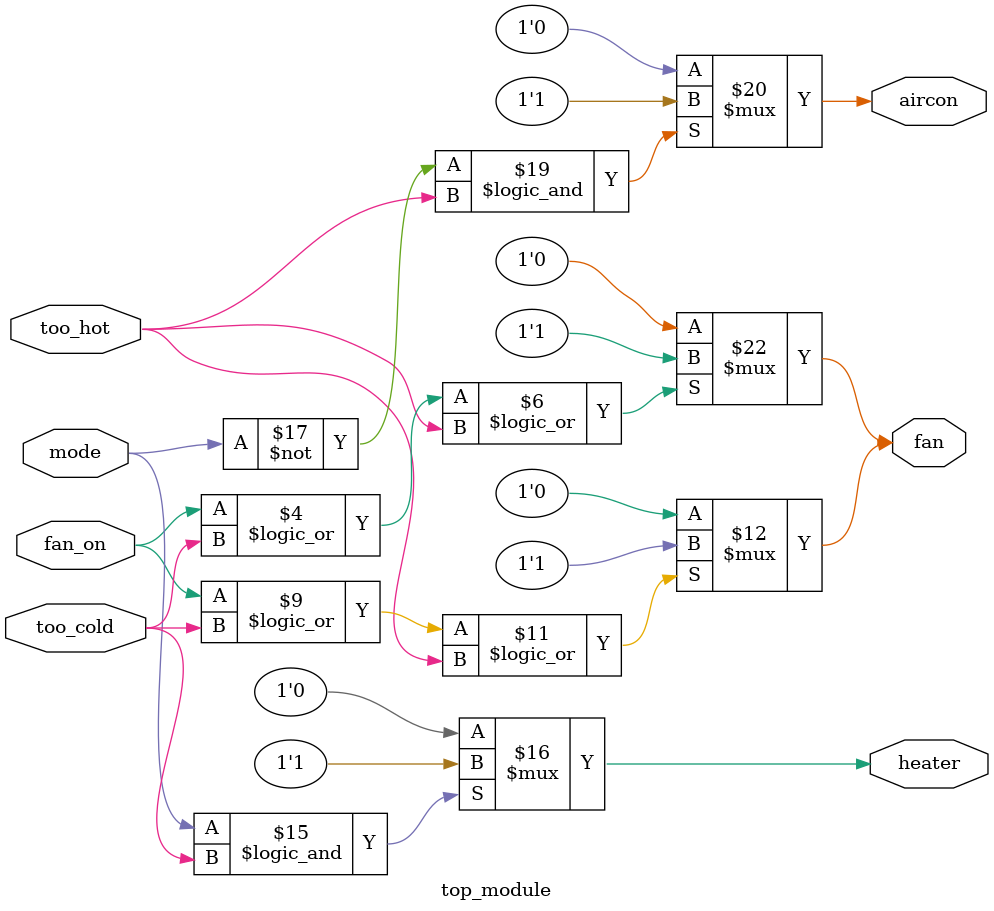
<source format=sv>
module top_module(
	input mode,
	input too_cold, 
	input too_hot,
	input fan_on,
	output heater,
	output aircon,
	output fan
);

	reg fan;

	always @(*)
	begin
		if (fan_on == 1'b1 || too_cold == 1'b1 || too_hot == 1'b1)
			fan = 1'b1;
		else
			fan = 1'b0;
	end
	
	assign fan = (fan_on == 1'b1 || too_cold == 1'b1 || too_hot == 1'b1) ? 1'b1 : 1'b0;
	
	assign heater = (mode == 1'b1 && too_cold == 1'b1) ? 1'b1 : 1'b0;
	
	assign aircon = (mode == 1'b0 && too_hot == 1'b1) ? 1'b1 : 1'b0;

endmodule

</source>
